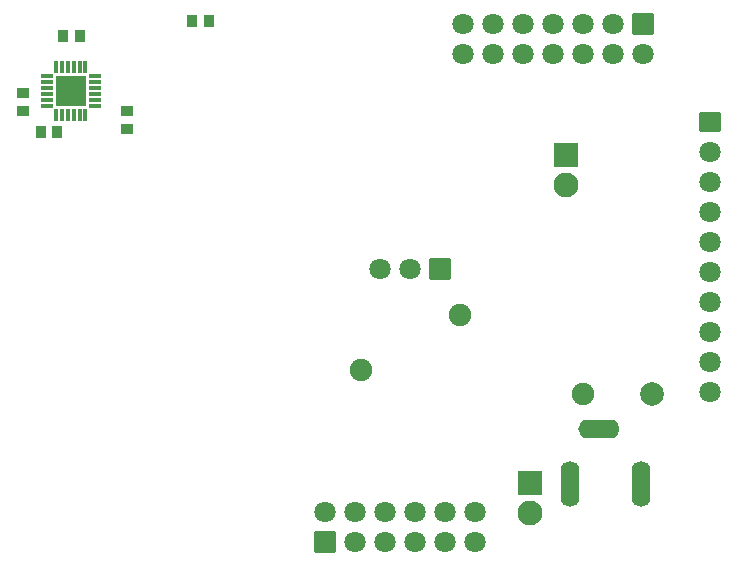
<source format=gbs>
G04 Layer: BottomSolderMaskLayer*
G04 EasyEDA Pro v2.2.40.8, 2025-08-03 21:23:04*
G04 Gerber Generator version 0.3*
G04 Scale: 100 percent, Rotated: No, Reflected: No*
G04 Dimensions in millimeters*
G04 Leading zeros omitted, absolute positions, 4 integers and 5 decimals*
G04 Generated by one-click*
%FSLAX45Y45*%
%MOMM*%
%AMRoundRect*1,1,$1,$2,$3*1,1,$1,$4,$5*1,1,$1,0-$2,0-$3*1,1,$1,0-$4,0-$5*20,1,$1,$2,$3,$4,$5,0*20,1,$1,$4,$5,0-$2,0-$3,0*20,1,$1,0-$2,0-$3,0-$4,0-$5,0*20,1,$1,0-$4,0-$5,$2,$3,0*4,1,4,$2,$3,$4,$5,0-$2,0-$3,0-$4,0-$5,$2,$3,0*%
%ADD10RoundRect,0.09131X-0.40514X0.45514X0.40514X0.45514*%
%ADD11C,2.0016*%
%ADD12O,1.6016X3.90159*%
%ADD13O,3.50159X1.6016*%
%ADD14RoundRect,0.09691X-1.00234X-1.00234X-1.00234X1.00234*%
%ADD15C,2.1016*%
%ADD16RoundRect,0.09618X-0.85271X0.85271X0.85271X0.85271*%
%ADD17C,1.8016*%
%ADD18RoundRect,0.1021X-0.8529X-0.7903X-0.8529X0.7903*%
%ADD19RoundRect,0.09579X-0.8529X-0.7903X-0.8529X0.7903*%
%ADD20RoundRect,0.09138X-0.43711X-0.40835X-0.43711X0.40835*%
%ADD21C,1.9016*%
%ADD22RoundRect,0.07882X-0.13639X-0.43638X-0.13639X0.43638*%
%ADD23RoundRect,0.07882X-0.43638X0.13639X0.43638X0.13639*%
%ADD24RoundRect,0.09778X-1.25191X-1.25191X-1.25191X1.25191*%
%ADD25C,1.80002*%
%ADD26RoundRect,0.09476X-0.85263X0.85263X0.85263X0.85263*%
G75*


G04 Pad Start*
G54D10*
G01X527202Y3644900D03*
G01X387198Y3644900D03*
G01X717702Y4457700D03*
G01X577698Y4457700D03*
G01X1669898Y4584700D03*
G01X1809902Y4584700D03*
G54D11*
G01X5563964Y1429875D03*
G54D12*
G01X4868888Y669201D03*
G01X5468912Y669201D03*
G54D13*
G01X5118900Y1134199D03*
G54D14*
G01X4838700Y3454400D03*
G54D15*
G01X4838700Y3200400D03*
G54D16*
G01X3771900Y2489200D03*
G54D17*
G01X3517900Y2489200D03*
G01X3263900Y2489200D03*
G54D16*
G01X5486400Y4559300D03*
G54D17*
G01X5486400Y4305300D03*
G01X5232400Y4559300D03*
G01X5232400Y4305300D03*
G01X4978400Y4559300D03*
G01X4978400Y4305300D03*
G01X4724400Y4559300D03*
G01X4724400Y4305300D03*
G01X4470400Y4559300D03*
G01X4470400Y4305300D03*
G01X4216400Y4559300D03*
G01X4216400Y4305300D03*
G01X3962400Y4559300D03*
G01X3962400Y4305300D03*
G01X6057900Y1447800D03*
G01X6057900Y1701800D03*
G01X6057900Y1955800D03*
G01X6057900Y2209800D03*
G01X6057900Y2463800D03*
G01X6057900Y2717800D03*
G01X6057900Y2971800D03*
G01X6057900Y3225800D03*
G01X6057900Y3479800D03*
G54D19*
G01X6057900Y3733800D03*
G54D14*
G01X4533900Y673100D03*
G54D15*
G01X4533900Y419100D03*
G54D20*
G01X1117600Y3821836D03*
G01X1117600Y3671164D03*
G01X241300Y3974236D03*
G01X241300Y3823564D03*
G54D21*
G01X4979764Y1432687D03*
G01X3938364Y2097900D03*
G01X3100164Y1632813D03*
G54D22*
G01X767452Y3795370D03*
G01X717384Y3795370D03*
G01X667346Y3795370D03*
G01X617308Y3795370D03*
G01X567524Y3795370D03*
G01X517486Y3795370D03*
G54D23*
G01X440468Y3872481D03*
G01X440468Y3922225D03*
G01X440468Y3972263D03*
G01X440468Y4022301D03*
G01X440468Y4072339D03*
G01X440468Y4122377D03*
G54D22*
G01X517455Y4200368D03*
G01X567524Y4200368D03*
G01X617308Y4200368D03*
G01X667346Y4200368D03*
G01X717384Y4200368D03*
G01X767422Y4200368D03*
G54D23*
G01X845466Y4122377D03*
G01X845466Y4072339D03*
G01X845466Y4022301D03*
G01X845466Y3972263D03*
G01X845466Y3922225D03*
G01X845466Y3872481D03*
G54D24*
G01X642962Y3997917D03*
G54D25*
G01X4064000Y431800D03*
G01X4064000Y177800D03*
G01X3810000Y431800D03*
G01X3810000Y177800D03*
G01X3556000Y431800D03*
G01X3556000Y177800D03*
G01X3302000Y431800D03*
G01X3302000Y177800D03*
G01X3048000Y431800D03*
G01X3048000Y177800D03*
G01X2794000Y431800D03*
G54D26*
G01X2794000Y177800D03*
G04 Pad End*

M02*


</source>
